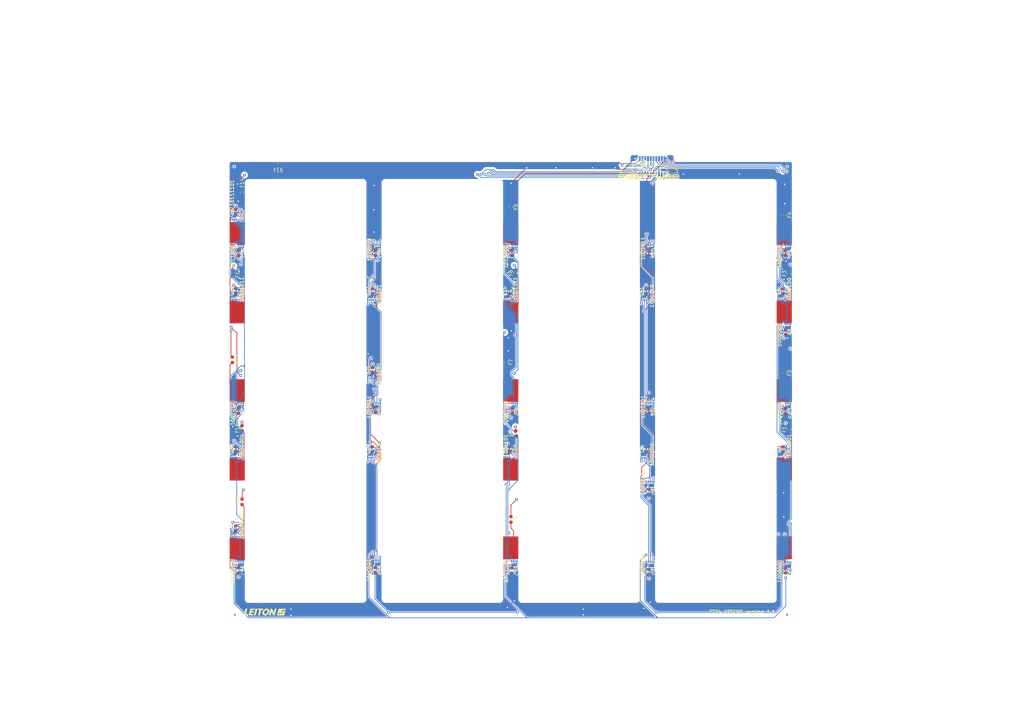
<source format=kicad_pcb>
(kicad_pcb
	(version 20240108)
	(generator "pcbnew")
	(generator_version "8.0")
	(general
		(thickness 1.6)
		(legacy_teardrops no)
	)
	(paper "A4")
	(layers
		(0 "F.Cu" signal)
		(1 "In1.Cu" signal)
		(2 "In2.Cu" signal)
		(31 "B.Cu" signal)
		(32 "B.Adhes" user "B.Adhesive")
		(33 "F.Adhes" user "F.Adhesive")
		(34 "B.Paste" user)
		(35 "F.Paste" user)
		(36 "B.SilkS" user "B.Silkscreen")
		(37 "F.SilkS" user "F.Silkscreen")
		(38 "B.Mask" user)
		(39 "F.Mask" user)
		(40 "Dwgs.User" user "User.Drawings")
		(41 "Cmts.User" user "User.Comments")
		(42 "Eco1.User" user "User.Eco1")
		(43 "Eco2.User" user "User.Eco2")
		(44 "Edge.Cuts" user)
		(45 "Margin" user)
		(46 "B.CrtYd" user "B.Courtyard")
		(47 "F.CrtYd" user "F.Courtyard")
		(48 "B.Fab" user)
		(49 "F.Fab" user)
		(50 "User.1" user)
		(51 "User.2" user)
		(52 "User.3" user)
		(53 "User.4" user)
		(54 "User.5" user)
		(55 "User.6" user)
		(56 "User.7" user)
		(57 "User.8" user)
		(58 "User.9" user)
	)
	(setup
		(stackup
			(layer "F.SilkS"
				(type "Top Silk Screen")
			)
			(layer "F.Paste"
				(type "Top Solder Paste")
			)
			(layer "F.Mask"
				(type "Top Solder Mask")
				(thickness 0.01)
			)
			(layer "F.Cu"
				(type "copper")
				(thickness 0.035)
			)
			(layer "dielectric 1"
				(type "prepreg")
				(thickness 0.1)
				(material "FR4")
				(epsilon_r 4.5)
				(loss_tangent 0.02)
			)
			(layer "In1.Cu"
				(type "copper")
				(thickness 0.035)
			)
			(layer "dielectric 2"
				(type "core")
				(thickness 1.24)
				(material "FR4")
				(epsilon_r 4.5)
				(loss_tangent 0.02)
			)
			(layer "In2.Cu"
				(type "copper")
				(thickness 0.035)
			)
			(layer "dielectric 3"
				(type "prepreg")
				(thickness 0.1)
				(material "FR4")
				(epsilon_r 4.5)
				(loss_tangent 0.02)
			)
			(layer "B.Cu"
				(type "copper")
				(thickness 0.035)
			)
			(layer "B.Mask"
				(type "Bottom Solder Mask")
				(thickness 0.01)
			)
			(layer "B.Paste"
				(type "Bottom Solder Paste")
			)
			(layer "B.SilkS"
				(type "Bottom Silk Screen")
			)
			(copper_finish "None")
			(dielectric_constraints no)
		)
		(pad_to_mask_clearance 0)
		(allow_soldermask_bridges_in_footprints no)
		(aux_axis_origin 65 25)
		(pcbplotparams
			(layerselection 0x00010fc_ffffffff)
			(plot_on_all_layers_selection 0x0000000_00000000)
			(disableapertmacros no)
			(usegerberextensions yes)
			(usegerberattributes no)
			(usegerberadvancedattributes no)
			(creategerberjobfile no)
			(dashed_line_dash_ratio 12.000000)
			(dashed_line_gap_ratio 3.000000)
			(svgprecision 4)
			(plotframeref no)
			(viasonmask no)
			(mode 1)
			(useauxorigin no)
			(hpglpennumber 1)
			(hpglpenspeed 20)
			(hpglpendiameter 15.000000)
			(pdf_front_fp_property_popups yes)
			(pdf_back_fp_property_popups yes)
			(dxfpolygonmode yes)
			(dxfimperialunits yes)
			(dxfusepcbnewfont yes)
			(psnegative no)
			(psa4output no)
			(plotreference yes)
			(plotvalue no)
			(plotfptext yes)
			(plotinvisibletext no)
			(sketchpadsonfab no)
			(subtractmaskfromsilk yes)
			(outputformat 1)
			(mirror no)
			(drillshape 0)
			(scaleselection 1)
			(outputdirectory "Gerber/")
		)
	)
	(net 0 "")
	(net 1 "+5C")
	(net 2 "GND1")
	(net 3 "unconnected-(U1-ALERT-Pad3)")
	(net 4 "unconnected-(U2-ALERT-Pad3)")
	(net 5 "unconnected-(U3-ALERT-Pad3)")
	(net 6 "unconnected-(U4-ALERT-Pad3)")
	(net 7 "unconnected-(U5-ALERT-Pad3)")
	(net 8 "unconnected-(U6-ALERT-Pad3)")
	(net 9 "unconnected-(U7-ALERT-Pad3)")
	(net 10 "unconnected-(U8-ALERT-Pad3)")
	(net 11 "unconnected-(U9-ALERT-Pad3)")
	(net 12 "unconnected-(U10-ALERT-Pad3)")
	(net 13 "unconnected-(U11-ALERT-Pad3)")
	(net 14 "unconnected-(U12-ALERT-Pad3)")
	(net 15 "unconnected-(U13-ALERT-Pad3)")
	(net 16 "unconnected-(U14-ALERT-Pad3)")
	(net 17 "unconnected-(U15-ALERT-Pad3)")
	(net 18 "unconnected-(U16-ALERT-Pad3)")
	(net 19 "unconnected-(U17-ALERT-Pad3)")
	(net 20 "unconnected-(U18-ALERT-Pad3)")
	(net 21 "unconnected-(U19-ALERT-Pad3)")
	(net 22 "unconnected-(U20-ALERT-Pad3)")
	(net 23 "unconnected-(U21-ALERT-Pad3)")
	(net 24 "unconnected-(U22-ALERT-Pad3)")
	(net 25 "unconnected-(U23-ALERT-Pad3)")
	(net 26 "unconnected-(U24-ALERT-Pad3)")
	(net 27 "unconnected-(U25-ALERT-Pad3)")
	(net 28 "unconnected-(U26-ALERT-Pad3)")
	(net 29 "unconnected-(U27-ALERT-Pad3)")
	(net 30 "unconnected-(U28-ALERT-Pad3)")
	(net 31 "unconnected-(U29-ALERT-Pad3)")
	(net 32 "unconnected-(U30-ALERT-Pad3)")
	(net 33 "/V4")
	(net 34 "/V5")
	(net 35 "/V6")
	(net 36 "/V7")
	(net 37 "/V8")
	(net 38 "/V9")
	(net 39 "/V10")
	(net 40 "/V11")
	(net 41 "/V12")
	(net 42 "/V13")
	(net 43 "/V14")
	(net 44 "/V15")
	(net 45 "/SDA")
	(net 46 "/SCL")
	(net 47 "Net-(J2-Pin_1)")
	(net 48 "Net-(J3-Pin_1)")
	(net 49 "Net-(J4-Pin_1)")
	(net 50 "Net-(J5-Pin_1)")
	(net 51 "Net-(J6-Pin_1)")
	(net 52 "Net-(J7-Pin_1)")
	(net 53 "Net-(J8-Pin_1)")
	(net 54 "Net-(J9-Pin_1)")
	(net 55 "Net-(J11-Pin_1)")
	(net 56 "Net-(J12-Pin_1)")
	(net 57 "Net-(J13-Pin_1)")
	(net 58 "Net-(J14-Pin_1)")
	(net 59 "Net-(J15-Pin_1)")
	(net 60 "Net-(J16-Pin_1)")
	(net 61 "Net-(J17-Pin_1)")
	(net 62 "/xV1")
	(net 63 "/xV2")
	(net 64 "/xV3")
	(footprint "Fuse:Fuse_0603_1608Metric" (layer "F.Cu") (at 66.08033 82.65 -90))
	(footprint "Capacitor_SMD:C_0603_1608Metric" (layer "F.Cu") (at 67.08033 131.58033 90))
	(footprint "Capacitor_SMD:C_0603_1608Metric" (layer "F.Cu") (at 186.88033 51.58033 -90))
	(footprint "Capacitor_SMD:C_0603_1608Metric" (layer "F.Cu") (at 186.08033 108.68033 90))
	(footprint "Capacitor_SMD:C_0603_1608Metric" (layer "F.Cu") (at 186.88033 97.38033 -90))
	(footprint "VTSENS:Baby_ST_Bond_Pad" (layer "F.Cu") (at 67.53033 46.03033))
	(footprint "Capacitor_SMD:C_0603_1608Metric" (layer "F.Cu") (at 106.78033 62.88033 90))
	(footprint "VTSENS:Baby_ST_Bond_Pad" (layer "F.Cu") (at 226.18033 45.88033))
	(footprint "Capacitor_SMD:C_0603_1608Metric" (layer "F.Cu") (at 226.58033 143.68033 -90))
	(footprint "Capacitor_SMD:C_0603_1608Metric" (layer "F.Cu") (at 226.48033 51.58033 -90))
	(footprint "Fiducial:Fiducial_0.5mm_Mask1mm" (layer "F.Cu") (at 227 26.6))
	(footprint "Fuse:Fuse_0603_1608Metric" (layer "F.Cu") (at 148.3 104.05 -90))
	(footprint "Capacitor_SMD:C_0603_1608Metric" (layer "F.Cu") (at 226.48033 97.48033 -90))
	(footprint "Capacitor_SMD:C_0603_1608Metric" (layer "F.Cu") (at 106.78033 85.68033 90))
	(footprint "VTSENS:Baby_ST_Bond_Pad" (layer "F.Cu") (at 67.68033 137.18033))
	(footprint "VTSENS:Baby_ST_Bond_Pad" (layer "F.Cu") (at 146.88033 137.18033))
	(footprint "Fuse:Fuse_0603_1608Metric" (layer "F.Cu") (at 226.18033 40.68033 -90))
	(footprint "Capacitor_SMD:C_0603_1608Metric" (layer "F.Cu") (at 67.88033 51.58033 -90))
	(footprint "Capacitor_SMD:C_0603_1608Metric" (layer "F.Cu") (at 186.88033 120.975 -90))
	(footprint "Capacitor_SMD:C_0603_1608Metric" (layer "F.Cu") (at 107.58033 51.58033 -90))
	(footprint "VTSENS:Baby_ST_Bond_Pad" (layer "F.Cu") (at 146.78033 68.88033))
	(footprint "Capacitor_SMD:C_0603_1608Metric" (layer "F.Cu") (at 107.58033 97.18033 -90))
	(footprint "Fiducial:Fiducial_0.5mm_Mask1mm" (layer "F.Cu") (at 66.6 26.6))
	(footprint "FaSTTUBe_logos:FTLogo_small" (layer "F.Cu") (at 186.9 27.27))
	(footprint "VTSENS:Baby_ST_Bond_Pad" (layer "F.Cu") (at 67.48033 114.48033))
	(footprint "VTSENS:Baby_ST_Bond_Pad" (layer "F.Cu") (at 146.88033 114.38033))
	(footprint "Capacitor_SMD:C_0603_1608Metric" (layer "F.Cu") (at 147.08033 143.78033 -90))
	(footprint "Capacitor_SMD:C_0603_1608Metric" (layer "F.Cu") (at 107.58033 143.68033 -90))
	(footprint "Capacitor_SMD:C_0603_1608Metric" (layer "F.Cu") (at 147.18033 51.58033 -90))
	(footprint "Fuse:Fuse_0603_1608Metric" (layer "F.Cu") (at 79.38033 26.28033 180))
	(footprint "VTSENS:Baby_ST_Bond_Pad" (layer "F.Cu") (at 67.48033 91.68033))
	(footprint "Fuse:Fuse_0603_1608Metric" (layer "F.Cu") (at 145.4 83.35 -90))
	(footprint "Fuse:Fuse_0603_1608Metric" (layer "F.Cu") (at 68.9 123.85 -90))
	(footprint "Fuse:Fuse_0603_1608Metric" (layer "F.Cu") (at 148.28033 57.45 -90))
	(footprint "VTSENS:Baby_ST_Bond_Pad" (layer "F.Cu") (at 226.18033 91.58033))
	(footprint "VTSENS:Baby_ST_Bond_Pad" (layer "F.Cu") (at 74.18033 28.18033))
	(footprint "Fuse:Fuse_0603_1608Metric" (layer "F.Cu") (at 227.6 57.65 -90))
	(footprint "VTSENS:Baby_ST_Bond_Pad" (layer "F.Cu") (at 67.48033 68.68033))
	(footprint "VTSENS:Baby_ST_Bond_Pad" (layer "F.Cu") (at 226.28033 137.28033))
	(footprint "Capacitor_SMD:C_0603_1608Metric" (layer "F.Cu") (at 225.78033 62.88033 90))
	(footprint "Capacitor_SMD:C_0603_1608Metric" (layer "F.Cu") (at 226.58033 74.58033 -90))
	(footprint "Capacitor_SMD:C_0603_1608Metric" (layer "F.Cu") (at 67.88033 97.38033 -90))
	(footprint "Capacitor_SMD:C_0603_1608Metric"
		(layer "F.Cu")
		(uuid "912134a5-1a93-4470-99ae-03d323134adb")
		(at 225.78033 108.68033 90)
		(descr "Capacitor SMD 0603 (1608 Metric), square (rectangular) end terminal, IPC_7351 nominal, (Body size source: IPC-SM-782 page 76, https://www.pcb-3d.com/wordpress/wp-content/uploads/ipc-sm-782a_amendment_1_and_2.pdf), generated with kicad-footprint-generator")
		(tags "capacitor")
		(property "Reference" "C2"
			(at 0 -1.4 90)
			(layer "F.SilkS")
			(uuid "21da471d-ff0a-4dba-aaf6-909f73dca6b5")
			(effects
				(font
					(size 1 1)
					(thickness 0.15)
				)
			)
		)
		(property "Value" "10n"
			(at 0 1.43 90)
			(layer "F.Fab")
			(uuid "ec841ab6-8d3b-4e08-892c-53f3c82d2603")
			(effects
				(font
					(size 1 1)
					(thickness 0.15)
				)
			)
		)
		(property "Footprint" "Capacitor_SMD:C_0603_1608Metric"
			(at 0 0 90)
			(unlocked yes)
			(layer "F.Fab")
			(hide yes)
			(uuid "709e80ce-5cb9-41b1-b236-49b4ab23ec9c")
			(effects
				(font
					(size 1.27 1.27)
				)
			)
		)
		(property "Datasheet" ""
			(at 0 0 90)
			(unlocked yes)
			(layer "F.Fab")
			(hide yes)
			(uuid "36b57438-3f2b-4675-8105-c748623eb8ed")
			(effects
				(font
					(size 1.27 1.27)
				)
			)
		)
		(property "Description" ""
			(at 0 0 90)
			(unlocked yes)
			(layer "F.Fab")
			(hide yes)
			(uuid "59e37803-219c-4105-8a54-49c9e2370d7d")
			(effects
				(font
					(size 1.27 1.27)
				)
			)
		)
		(property ki_fp_filters "C_*")
		(path "/518cda03-a877-49e0-b63f-18be96fc9f94")
		(sheetname "Root")
		(sheetfile "FT24-AMS-Slave_v1-VTSENS.kicad_sch")
		(attr smd)
		(fp_line
			(start -0.14058 -0.51)
			(end 0.14058 -0.51)
			(stroke
				(width 0.12)
				(type solid)
			)
			(layer "F.SilkS")
			(uuid "7f313b9f-a720-4435-9994-9af0cc8239a2")
		)
		(fp_line
			(start -0.14058 0.51)
			(end 0.14058 0.51)
			(stroke
				(width 0.12)
				(type solid)
			)
			(layer "F.SilkS")
			(uuid "9b6f804d-e1fd-49f1-a9f4-a813c484acf7")
		)
		(fp_line
			(start 1.48 -0.73)
			(end 1.48 0.73)
			(stroke
				(width 0.05)
				(type solid)
			)
			(layer "F.CrtYd")
			(uuid "efd392fa-8c51-41ab-a9e2-675f523f8bbe")
		)
		(fp_line
			(start -1.48 -0.73)
			(end 1.48 -0.73)
			(stroke
				(width 0.05)
				(type solid)
			)
			(layer "F.CrtYd")
			(uuid "079072f3-c861-444a-94c4-3a3dc845b1ce")
		)
		(fp_line
			(start 1.48 0.73)
			(end -1.48 0.73)
			(stroke
				(width 0.05)
				(type solid)
			)
			(layer "F.CrtYd")
			(uuid "d6d6b44a-d2ab-4665-9889-982c58efb130")
		)
		(fp_line
			(start -1.48 0.73)
			(end -1.48 -0.73)
			(stroke
				(width 0.05)
				(type solid)
			)
			(layer "F.CrtYd")
			(uuid "4e8d4a00-6065-4bb9-854c-a8d527bfab7d")
		)
		(fp_line
			(start 0.8 -0.4)
			(end 0.8 0.4)
			(stroke
				(width 0.1)
				(type solid)
			)
			(layer "F.Fab")
			(uuid "135f02ca-2365-4eba-89a0-d49abce6a8a2")
		)
		(fp_line
			(start -0.8 -0.4)
			(end 0.8 -0.4)
			(stroke
				(width 0.1)
				(type solid)
			)
			(layer "F.Fab")
			(uuid "a30b0ab7-ac4a-4e8b-96c2-be7f70005750")
		)
		(fp_line
			(start 0.8 0.4)
			(end -0.8 0.4)
			(stroke
				(width 0.1)
				(type solid)
			)
			(layer "F.Fab")
			(uuid "38803b61-a8e0-4199-a4c9-a8534240e6db")
		)
		(fp_line
			(start -0.8 0.4)
			(end -0.8 -0.4)
			(stroke
				(width 0.1)
				(type solid)
			)
			(layer "F.Fab")
			(uuid "37bab0e7-2f98-4d78-89df-2cee0aeb13cd")
		)
		(fp_text user "${REFERENCE}"
			(at 0 0 90)
			(layer "F.Fab")
			(uuid "8cd09c25-bde6-451e-a778-f311dd034157")
			(effects
				(font
					(size 0.4 0.4)
					(thickness 0.06)
				)
			)
		)
		(pad "1" smd roundrect
			(at -0.775 0 90)
			(size 0.9 0.95)
			(layers "F.Cu" "F.Paste" "F.Mask")
			(roundrect_rratio 0.25)
			(net 1 "+5C")
			(pintype "passive")
			(uuid "ec94c551-956d-4879-a9e5-c3724fc8bf79")
		)
		(pad "2" smd roundrect
			(at 0.775 0 90)
			(size 0.9 0.95)
			(layers "F.Cu" "F.Paste" "F.Mask")
			(roundrect_rratio 0.25)
			(net 2 "GND1")
			(pintype "passive")
			(uuid "47b8eeed-bde6-459c-853b-ae7f82114102")
		)
		(model "${KICAD8_3DMODEL_DIR}/Capacitor_SMD.3dshapes/C_0603_1608Metric.wrl"
			(offset
				(xyz 0 0 0)
			)
			(scale
				(xyz 1 1 1)
			)
			(rotate
	
... [3954688 chars truncated]
</source>
